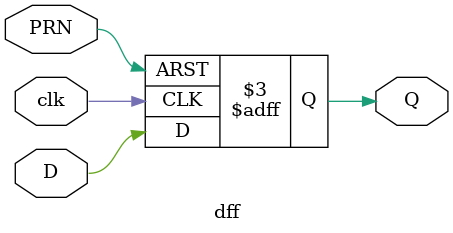
<source format=v>
module dff(D,clk,PRN,Q);

  /////////////////////////////////////////
  // D-FF with active low asynch preset //
  ///////////////////////////////////////

  input D;
  input clk;
  input PRN;		// active low preset (sets to 1)
  output reg Q;

  always @(posedge clk, negedge PRN)
    if (!PRN)
	  Q<= 1'b1;
	else
      Q <= D;
  
endmodule
</source>
